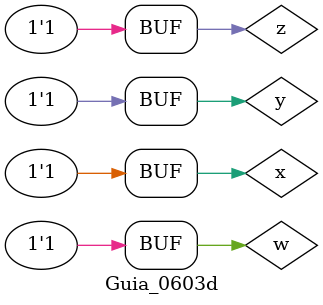
<source format=v>
/*
 Guia_0603d.v - v0.0. - 28 / 08 / 2022
 Autor    : Gabriel Vargas Bento de Souza
 Matricula: 778023
 */

/* 
 Soma dos produtos
                  ___
f(x, y, w, z) =  \   m (2,4,5,6,10,12,14)  = SoP(2,4,5,6,10,12,14)
                 /___
*/ 

/**
 SoP(2,4,5,6,10,12,14)
 */
module SoP (output s,
            input  x, y, w, z);
   assign s = (~x & ~y &  w & ~z)  // 2
            | (~x &  y & ~w & ~z)  // 4
            | (~x &  y & ~w &  z)  // 5
            | (~x &  y &  w & ~z)  // 6
            | ( x & ~y &  w & ~z)  // 10
            | ( x &  y & ~w & ~z)  // 12
            | ( x &  y &  w & ~z); // 14
endmodule // SoP

/**
 SoP(2,4,5,6,10,12,14)_Simplificado = w .z' + x'.y .w' + y.z'
 */
module SoP_simple (output s,
                   input  x, y, w, z);
   assign s = ( w & ~z)
            | (~x &  y & ~w)
            | (y & ~z);
endmodule // SoP_simple

/**
  Guia_0603d.v
 */
module Guia_0603d;
   reg  x, y, w, z;
   wire s1, s2;
   
   // instancias
   SoP        SOP1 (s1, x, y, w, z);
   SoP_simple SOP2 (s2, x, y, w, z);
   
   // valores iniciais
   initial begin: start
      x=1'bx; y=1'bx; w=1'bx; z=1'bx;
   end

   // parte principal
   initial begin: main
       $display("Gabriel Vargas Bento de Souza - 778023");
       $display("Guia_06");
       $display("\n03.d) SoP (2,4,5,6,10,12,14)\n");

       // monitoramento
       $display(" x  y  w  z  s1  s2");
       $monitor("%2b %2b %2b %2b %2b %3b", x,  y, w, z,  s1, s2);

       // sinalizacao
          x=0; y=0; w=0; z=0;
       #1                z=1;
       #1           w=1; z=0;
       #1                z=1;
       #1      y=1; w=0; z=0;
       #1                z=1;
       #1           w=1; z=0;
       #1                z=1;
       #1 x=1; y=0; w=0; z=0;
       #1                z=1;
       #1           w=1; z=0;
       #1                z=1;
       #1      y=1; w=0; z=0;
       #1                z=1;
       #1           w=1; z=0;
       #1                z=1;
   end
endmodule // Guia_0603d

/*
C:\Users\Gabriel\Desktop\CC-PUC\2Periodo\ARQ1\Tarefas\Guia06>vvp Guia_0603d.vvp
Gabriel Vargas Bento de Souza - 778023
Guia_06

03.d) SoP (2,4,5,6,10,12,14)

 x  y  w  z  s1  s2
 0  0  0  0  0   0
 0  0  0  1  0   0
 0  0  1  0  1   1
 0  0  1  1  0   0
 0  1  0  0  1   1
 0  1  0  1  1   1
 0  1  1  0  1   1
 0  1  1  1  0   0
 1  0  0  0  0   0
 1  0  0  1  0   0
 1  0  1  0  1   1
 1  0  1  1  0   0
 1  1  0  0  1   1
 1  1  0  1  0   0
 1  1  1  0  1   1
 1  1  1  1  0   0

*/
</source>
